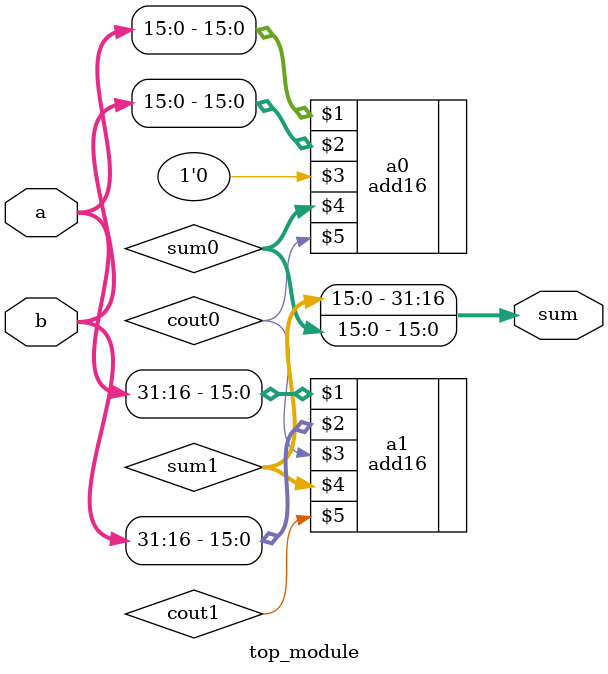
<source format=v>
module top_module(
    input [31:0] a,
    input [31:0] b,
    output [31:0] sum
);
    wire cout0,cout1;
    wire [15:0] sum0,sum1;
    add16 a0(a[15:0],b[15:0],1'b0,sum0,cout0);
    add16 a1(a[31:16],b[31:16],cout0,sum1,cout1);
    assign sum = {sum1 , sum0};

endmodule

</source>
